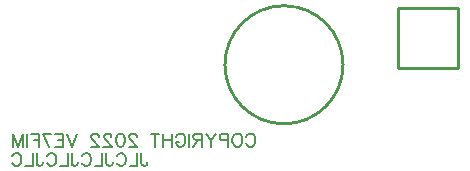
<source format=gbo>
G04 Layer: BottomSilkscreenLayer*
G04 Panelize: , Column: 2, Row: 2, Board Size: 58.42mm x 58.42mm, Panelized Board Size: 118.84mm x 118.84mm*
G04 EasyEDA v6.5.34, 2023-09-06 22:38:36*
G04 b9bc4809806445119315d77ae2694b74,5a6b42c53f6a479593ecc07194224c93,10*
G04 Gerber Generator version 0.2*
G04 Scale: 100 percent, Rotated: No, Reflected: No *
G04 Dimensions in millimeters *
G04 leading zeros omitted , absolute positions ,4 integer and 5 decimal *
%FSLAX45Y45*%
%MOMM*%

%ADD10C,0.1524*%
%ADD11C,0.1520*%
%ADD12C,0.2540*%

%LPD*%
D10*
X3922522Y305307D02*
G01*
X3927856Y315721D01*
X3938270Y326136D01*
X3948429Y331215D01*
X3969258Y331215D01*
X3979672Y326136D01*
X3990086Y315721D01*
X3995420Y305307D01*
X4000500Y289560D01*
X4000500Y263652D01*
X3995420Y248157D01*
X3990086Y237744D01*
X3979672Y227329D01*
X3969258Y222250D01*
X3948429Y222250D01*
X3938270Y227329D01*
X3927856Y237744D01*
X3922522Y248157D01*
X3856990Y331215D02*
G01*
X3867404Y326136D01*
X3877818Y315721D01*
X3883152Y305307D01*
X3888231Y289560D01*
X3888231Y263652D01*
X3883152Y248157D01*
X3877818Y237744D01*
X3867404Y227329D01*
X3856990Y222250D01*
X3836415Y222250D01*
X3826002Y227329D01*
X3815588Y237744D01*
X3810254Y248157D01*
X3805174Y263652D01*
X3805174Y289560D01*
X3810254Y305307D01*
X3815588Y315721D01*
X3826002Y326136D01*
X3836415Y331215D01*
X3856990Y331215D01*
X3770884Y331215D02*
G01*
X3770884Y222250D01*
X3770884Y331215D02*
G01*
X3724147Y331215D01*
X3708400Y326136D01*
X3703320Y320802D01*
X3698240Y310387D01*
X3698240Y294894D01*
X3703320Y284479D01*
X3708400Y279400D01*
X3724147Y274065D01*
X3770884Y274065D01*
X3663950Y331215D02*
G01*
X3622293Y279400D01*
X3622293Y222250D01*
X3580638Y331215D02*
G01*
X3622293Y279400D01*
X3546347Y331215D02*
G01*
X3546347Y222250D01*
X3546347Y331215D02*
G01*
X3499611Y331215D01*
X3484118Y326136D01*
X3478784Y320802D01*
X3473704Y310387D01*
X3473704Y299973D01*
X3478784Y289560D01*
X3484118Y284479D01*
X3499611Y279400D01*
X3546347Y279400D01*
X3510025Y279400D02*
G01*
X3473704Y222250D01*
X3439413Y331215D02*
G01*
X3439413Y222250D01*
X3327145Y305307D02*
G01*
X3332479Y315721D01*
X3342640Y326136D01*
X3353054Y331215D01*
X3373881Y331215D01*
X3384295Y326136D01*
X3394709Y315721D01*
X3399790Y305307D01*
X3405124Y289560D01*
X3405124Y263652D01*
X3399790Y248157D01*
X3394709Y237744D01*
X3384295Y227329D01*
X3373881Y222250D01*
X3353054Y222250D01*
X3342640Y227329D01*
X3332479Y237744D01*
X3327145Y248157D01*
X3327145Y263652D01*
X3353054Y263652D02*
G01*
X3327145Y263652D01*
X3292856Y331215D02*
G01*
X3292856Y222250D01*
X3220211Y331215D02*
G01*
X3220211Y222250D01*
X3292856Y279400D02*
G01*
X3220211Y279400D01*
X3149600Y331215D02*
G01*
X3149600Y222250D01*
X3185922Y331215D02*
G01*
X3113024Y331215D01*
X2993643Y305307D02*
G01*
X2993643Y310387D01*
X2988309Y320802D01*
X2983229Y326136D01*
X2972815Y331215D01*
X2951988Y331215D01*
X2941574Y326136D01*
X2936493Y320802D01*
X2931159Y310387D01*
X2931159Y299973D01*
X2936493Y289560D01*
X2946908Y274065D01*
X2998724Y222250D01*
X2926079Y222250D01*
X2860547Y331215D02*
G01*
X2876295Y326136D01*
X2886709Y310387D01*
X2891790Y284479D01*
X2891790Y268986D01*
X2886709Y242823D01*
X2876295Y227329D01*
X2860547Y222250D01*
X2850134Y222250D01*
X2834640Y227329D01*
X2824225Y242823D01*
X2819145Y268986D01*
X2819145Y284479D01*
X2824225Y310387D01*
X2834640Y326136D01*
X2850134Y331215D01*
X2860547Y331215D01*
X2779522Y305307D02*
G01*
X2779522Y310387D01*
X2774441Y320802D01*
X2769108Y326136D01*
X2758693Y331215D01*
X2738120Y331215D01*
X2727706Y326136D01*
X2722372Y320802D01*
X2717291Y310387D01*
X2717291Y299973D01*
X2722372Y289560D01*
X2732786Y274065D01*
X2784856Y222250D01*
X2711958Y222250D01*
X2672588Y305307D02*
G01*
X2672588Y310387D01*
X2667254Y320802D01*
X2662174Y326136D01*
X2651759Y331215D01*
X2630931Y331215D01*
X2620518Y326136D01*
X2615438Y320802D01*
X2610104Y310387D01*
X2610104Y299973D01*
X2615438Y289560D01*
X2625852Y274065D01*
X2677668Y222250D01*
X2605024Y222250D01*
X2490724Y331215D02*
G01*
X2449068Y222250D01*
X2407665Y331215D02*
G01*
X2449068Y222250D01*
X2373375Y331215D02*
G01*
X2373375Y222250D01*
X2373375Y331215D02*
G01*
X2305811Y331215D01*
X2373375Y279400D02*
G01*
X2331720Y279400D01*
X2373375Y222250D02*
G01*
X2305811Y222250D01*
X2198624Y331215D02*
G01*
X2250693Y222250D01*
X2271522Y331215D02*
G01*
X2198624Y331215D01*
X2164334Y331215D02*
G01*
X2164334Y222250D01*
X2164334Y331215D02*
G01*
X2096770Y331215D01*
X2164334Y279400D02*
G01*
X2122931Y279400D01*
X2062479Y331215D02*
G01*
X2062479Y222250D01*
X2028190Y331215D02*
G01*
X2028190Y222250D01*
X2028190Y331215D02*
G01*
X1986788Y222250D01*
X1945131Y331215D02*
G01*
X1986788Y222250D01*
X1945131Y331215D02*
G01*
X1945131Y222250D01*
D11*
X3034144Y166138D02*
G01*
X3034144Y83012D01*
X3039341Y67424D01*
X3044535Y62229D01*
X3054926Y57035D01*
X3065317Y57035D01*
X3075708Y62229D01*
X3080905Y67424D01*
X3086100Y83012D01*
X3086100Y93403D01*
X2999854Y166138D02*
G01*
X2999854Y57035D01*
X2999854Y57035D02*
G01*
X2937509Y57035D01*
X2825287Y140162D02*
G01*
X2830484Y150553D01*
X2840875Y160944D01*
X2851264Y166138D01*
X2872046Y166138D01*
X2882437Y160944D01*
X2892828Y150553D01*
X2898025Y140162D01*
X2903220Y124574D01*
X2903220Y98597D01*
X2898025Y83012D01*
X2892828Y72621D01*
X2882437Y62229D01*
X2872046Y57035D01*
X2851264Y57035D01*
X2840875Y62229D01*
X2830484Y72621D01*
X2825287Y83012D01*
X2739044Y166138D02*
G01*
X2739044Y83012D01*
X2744238Y67424D01*
X2749435Y62229D01*
X2759824Y57035D01*
X2770215Y57035D01*
X2780606Y62229D01*
X2785803Y67424D01*
X2790997Y83012D01*
X2790997Y93403D01*
X2704754Y166138D02*
G01*
X2704754Y57035D01*
X2704754Y57035D02*
G01*
X2642407Y57035D01*
X2530185Y140162D02*
G01*
X2535382Y150553D01*
X2545773Y160944D01*
X2556164Y166138D01*
X2576944Y166138D01*
X2587335Y160944D01*
X2597726Y150553D01*
X2602923Y140162D01*
X2608117Y124574D01*
X2608117Y98597D01*
X2602923Y83012D01*
X2597726Y72621D01*
X2587335Y62229D01*
X2576944Y57035D01*
X2556164Y57035D01*
X2545773Y62229D01*
X2535382Y72621D01*
X2530185Y83012D01*
X2443942Y166138D02*
G01*
X2443942Y83012D01*
X2449136Y67424D01*
X2454333Y62229D01*
X2464724Y57035D01*
X2475115Y57035D01*
X2485504Y62229D01*
X2490701Y67424D01*
X2495895Y83012D01*
X2495895Y93403D01*
X2409652Y166138D02*
G01*
X2409652Y57035D01*
X2409652Y57035D02*
G01*
X2347305Y57035D01*
X2235085Y140162D02*
G01*
X2240279Y150553D01*
X2250671Y160944D01*
X2261062Y166138D01*
X2281844Y166138D01*
X2292235Y160944D01*
X2302624Y150553D01*
X2307821Y140162D01*
X2313015Y124574D01*
X2313015Y98597D01*
X2307821Y83012D01*
X2302624Y72621D01*
X2292235Y62229D01*
X2281844Y57035D01*
X2261062Y57035D01*
X2250671Y62229D01*
X2240279Y72621D01*
X2235085Y83012D01*
X2148840Y166138D02*
G01*
X2148840Y83012D01*
X2154034Y67424D01*
X2159231Y62229D01*
X2169622Y57035D01*
X2180013Y57035D01*
X2190404Y62229D01*
X2195598Y67424D01*
X2200795Y83012D01*
X2200795Y93403D01*
X2114550Y166138D02*
G01*
X2114550Y57035D01*
X2114550Y57035D02*
G01*
X2052205Y57035D01*
X1939983Y140162D02*
G01*
X1945177Y150553D01*
X1955568Y160944D01*
X1965959Y166138D01*
X1986742Y166138D01*
X1997133Y160944D01*
X2007524Y150553D01*
X2012718Y140162D01*
X2017915Y124574D01*
X2017915Y98597D01*
X2012718Y83012D01*
X2007524Y72621D01*
X1997133Y62229D01*
X1986742Y57035D01*
X1965959Y57035D01*
X1955568Y62229D01*
X1945177Y72621D01*
X1939983Y83012D01*
D12*
G75*
G01
X4741799Y914400D02*
G03X4741799Y914400I-499999J0D01*
X5207000Y1397000D02*
G01*
X5715000Y1397000D01*
X5715000Y889000D01*
X5207000Y889000D01*
X5207000Y1397000D01*
M02*

</source>
